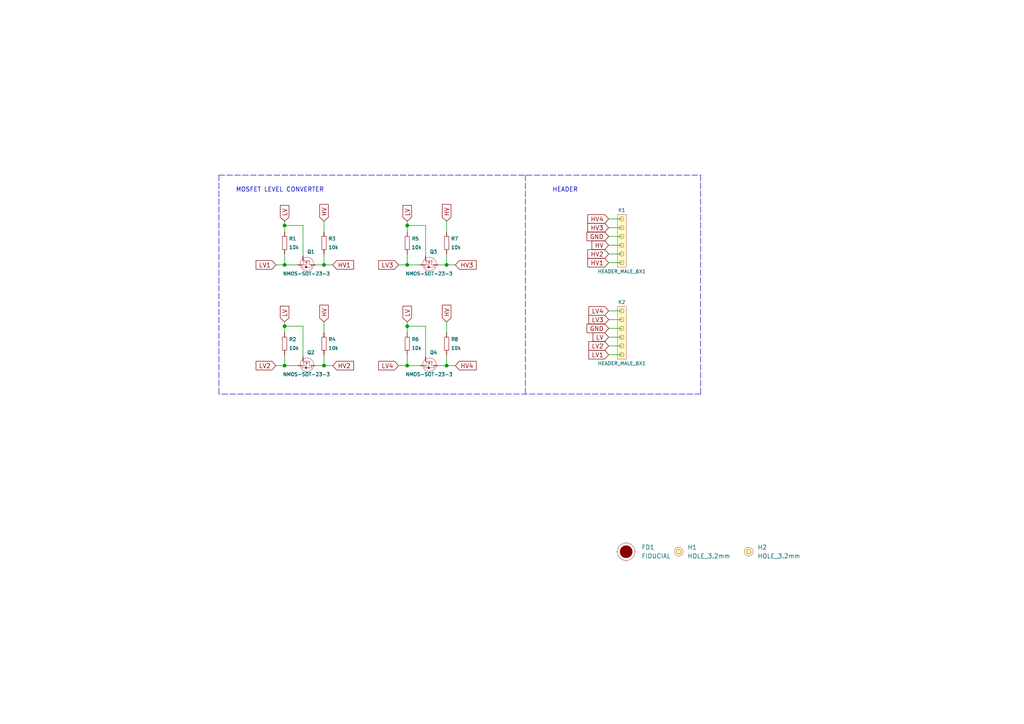
<source format=kicad_sch>
(kicad_sch (version 20210621) (generator eeschema)

  (uuid ddce36a6-92f0-4e63-b207-f65c96f9ec98)

  (paper "A4")

  (title_block
    (title "Logic level converter")
    (date "2021-07-14")
    (rev "V1.0.0.")
    (company "SOLDERED")
    (comment 1 "333029")
  )

  (lib_symbols
    (symbol "e-radionica.com schematics:0603R" (pin_numbers hide) (pin_names (offset 0.254)) (in_bom yes) (on_board yes)
      (property "Reference" "R" (id 0) (at -1.905 1.905 0)
        (effects (font (size 1 1)))
      )
      (property "Value" "0603R" (id 1) (at 0 -1.905 0)
        (effects (font (size 1 1)))
      )
      (property "Footprint" "e-radionica.com footprinti:0603R" (id 2) (at -0.635 1.905 0)
        (effects (font (size 1 1)) hide)
      )
      (property "Datasheet" "" (id 3) (at -0.635 1.905 0)
        (effects (font (size 1 1)) hide)
      )
      (symbol "0603R_0_1"
        (rectangle (start -1.905 -0.635) (end 1.905 -0.6604)
          (stroke (width 0.1)) (fill (type none))
        )
        (rectangle (start -1.905 0.635) (end -1.8796 -0.635)
          (stroke (width 0.1)) (fill (type none))
        )
        (rectangle (start -1.905 0.635) (end 1.905 0.6096)
          (stroke (width 0.1)) (fill (type none))
        )
        (rectangle (start 1.905 0.635) (end 1.9304 -0.635)
          (stroke (width 0.1)) (fill (type none))
        )
      )
      (symbol "0603R_1_1"
        (pin passive line (at -3.175 0 0) (length 1.27)
          (name "~" (effects (font (size 1.27 1.27))))
          (number "1" (effects (font (size 1.27 1.27))))
        )
        (pin passive line (at 3.175 0 180) (length 1.27)
          (name "~" (effects (font (size 1.27 1.27))))
          (number "2" (effects (font (size 1.27 1.27))))
        )
      )
    )
    (symbol "e-radionica.com schematics:FIDUCIAL" (in_bom no) (on_board yes)
      (property "Reference" "FD" (id 0) (at 0 3.81 0)
        (effects (font (size 1.27 1.27)))
      )
      (property "Value" "FIDUCIAL" (id 1) (at 0 -3.81 0)
        (effects (font (size 1.27 1.27)))
      )
      (property "Footprint" "e-radionica.com footprinti:FIDUCIAL_23" (id 2) (at 0.254 -5.334 0)
        (effects (font (size 1.27 1.27)) hide)
      )
      (property "Datasheet" "" (id 3) (at 0 0 0)
        (effects (font (size 1.27 1.27)) hide)
      )
      (symbol "FIDUCIAL_0_1"
        (circle (center 0 0) (radius 2.54) (stroke (width 0.0006)) (fill (type none)))
        (circle (center 0 0) (radius 1.7961) (stroke (width 0.001)) (fill (type outline)))
        (polyline
          (pts
            (xy -2.54 0)
            (xy -2.794 0)
          )
          (stroke (width 0.0006)) (fill (type none))
        )
        (polyline
          (pts
            (xy 0 -2.54)
            (xy 0 -2.794)
          )
          (stroke (width 0.0006)) (fill (type none))
        )
        (polyline
          (pts
            (xy 0 2.54)
            (xy 0 2.794)
          )
          (stroke (width 0.0006)) (fill (type none))
        )
        (polyline
          (pts
            (xy 2.54 0)
            (xy 2.794 0)
          )
          (stroke (width 0.0006)) (fill (type none))
        )
      )
    )
    (symbol "e-radionica.com schematics:HEADER_MALE_6X1" (pin_numbers hide) (pin_names hide) (in_bom yes) (on_board yes)
      (property "Reference" "K" (id 0) (at -0.635 10.16 0)
        (effects (font (size 1 1)))
      )
      (property "Value" "HEADER_MALE_6X1" (id 1) (at 1.27 -7.62 0)
        (effects (font (size 1 1)))
      )
      (property "Footprint" "e-radionica.com footprinti:HEADER_MALE_6X1" (id 2) (at 0 0 0)
        (effects (font (size 1 1)) hide)
      )
      (property "Datasheet" "" (id 3) (at 0 0 0)
        (effects (font (size 1 1)) hide)
      )
      (symbol "HEADER_MALE_6X1_0_1"
        (circle (center 0 -5.08) (radius 0.635) (stroke (width 0.0006)) (fill (type none)))
        (circle (center 0 -2.54) (radius 0.635) (stroke (width 0.0006)) (fill (type none)))
        (circle (center 0 0) (radius 0.635) (stroke (width 0.0006)) (fill (type none)))
        (circle (center 0 2.54) (radius 0.635) (stroke (width 0.0006)) (fill (type none)))
        (circle (center 0 5.08) (radius 0.635) (stroke (width 0.0006)) (fill (type none)))
        (circle (center 0 7.62) (radius 0.635) (stroke (width 0.0006)) (fill (type none)))
        (rectangle (start 1.27 -6.35) (end -1.27 8.89)
          (stroke (width 0.001)) (fill (type background))
        )
      )
      (symbol "HEADER_MALE_6X1_1_1"
        (pin passive line (at 0 -5.08 180) (length 0)
          (name "~" (effects (font (size 0.991 0.991))))
          (number "1" (effects (font (size 0.991 0.991))))
        )
        (pin passive line (at 0 -2.54 180) (length 0)
          (name "~" (effects (font (size 0.991 0.991))))
          (number "2" (effects (font (size 0.991 0.991))))
        )
        (pin passive line (at 0 0 180) (length 0)
          (name "~" (effects (font (size 0.991 0.991))))
          (number "3" (effects (font (size 0.991 0.991))))
        )
        (pin passive line (at 0 2.54 180) (length 0)
          (name "~" (effects (font (size 0.991 0.991))))
          (number "4" (effects (font (size 0.991 0.991))))
        )
        (pin passive line (at 0 5.08 180) (length 0)
          (name "~" (effects (font (size 0.991 0.991))))
          (number "5" (effects (font (size 0.991 0.991))))
        )
        (pin passive line (at 0 7.62 180) (length 0)
          (name "~" (effects (font (size 0.991 0.991))))
          (number "6" (effects (font (size 0.991 0.991))))
        )
      )
    )
    (symbol "e-radionica.com schematics:HOLE_3.2mm" (pin_numbers hide) (pin_names hide) (in_bom yes) (on_board yes)
      (property "Reference" "H" (id 0) (at 0 2.54 0)
        (effects (font (size 1.27 1.27)))
      )
      (property "Value" "HOLE_3.2mm" (id 1) (at 0 -2.54 0)
        (effects (font (size 1.27 1.27)))
      )
      (property "Footprint" "e-radionica.com footprinti:HOLE_3.2mm" (id 2) (at 0 0 0)
        (effects (font (size 1.27 1.27)) hide)
      )
      (property "Datasheet" "" (id 3) (at 0 0 0)
        (effects (font (size 1.27 1.27)) hide)
      )
      (symbol "HOLE_3.2mm_0_1"
        (circle (center 0 0) (radius 0.635) (stroke (width 0.0006)) (fill (type none)))
        (circle (center 0 0) (radius 1.27) (stroke (width 0.001)) (fill (type background)))
      )
    )
    (symbol "e-radionica.com schematics:NMOS-SOT-23-3" (pin_numbers hide) (pin_names hide) (in_bom yes) (on_board yes)
      (property "Reference" "Q" (id 0) (at -1.143 2.921 0)
        (effects (font (size 1 1)))
      )
      (property "Value" "NMOS-SOT-23-3" (id 1) (at 1.524 -3.937 0)
        (effects (font (size 1 1)))
      )
      (property "Footprint" "e-radionica.com footprinti:SOT-23-3" (id 2) (at 0 0 0)
        (effects (font (size 1 1)) hide)
      )
      (property "Datasheet" "" (id 3) (at 0 0 0)
        (effects (font (size 1 1)) hide)
      )
      (symbol "NMOS-SOT-23-3_0_1"
        (circle (center 1.016 0.127) (radius 1.9716) (stroke (width 0.0006)) (fill (type none)))
        (polyline
          (pts
            (xy 0 -1.016)
            (xy 0 1.016)
          )
          (stroke (width 0.0006)) (fill (type none))
        )
        (polyline
          (pts
            (xy 0.254 -1.016)
            (xy 0.254 -0.508)
          )
          (stroke (width 0.0006)) (fill (type none))
        )
        (polyline
          (pts
            (xy 0.254 -0.762)
            (xy 1.27 -0.762)
          )
          (stroke (width 0.0006)) (fill (type none))
        )
        (polyline
          (pts
            (xy 0.254 -0.254)
            (xy 0.254 0.254)
          )
          (stroke (width 0.0006)) (fill (type none))
        )
        (polyline
          (pts
            (xy 0.254 0.762)
            (xy 1.27 0.762)
          )
          (stroke (width 0.0006)) (fill (type none))
        )
        (polyline
          (pts
            (xy 0.254 1.016)
            (xy 0.254 0.508)
          )
          (stroke (width 0.0006)) (fill (type none))
        )
        (polyline
          (pts
            (xy 1.27 -1.27)
            (xy 1.27 -0.762)
          )
          (stroke (width 0.0006)) (fill (type none))
        )
        (polyline
          (pts
            (xy 1.27 0.762)
            (xy 1.27 1.27)
          )
          (stroke (width 0.0006)) (fill (type none))
        )
        (polyline
          (pts
            (xy 1.651 -0.254)
            (xy 1.905 0.127)
          )
          (stroke (width 0.2)) (fill (type none))
        )
        (polyline
          (pts
            (xy 1.651 0.127)
            (xy 2.159 0.127)
          )
          (stroke (width 0.0006)) (fill (type none))
        )
        (polyline
          (pts
            (xy 0.254 0)
            (xy 1.27 0)
            (xy 1.27 -0.762)
          )
          (stroke (width 0.0006)) (fill (type none))
        )
        (polyline
          (pts
            (xy 1.651 -0.254)
            (xy 2.159 -0.254)
            (xy 1.905 0.127)
          )
          (stroke (width 0.2)) (fill (type none))
        )
        (polyline
          (pts
            (xy 0.381 0)
            (xy 0.635 0.254)
            (xy 0.635 -0.254)
            (xy 0.381 0)
          )
          (stroke (width 0.0006)) (fill (type none))
        )
        (polyline
          (pts
            (xy 1.27 -1.27)
            (xy 1.905 -1.27)
            (xy 1.905 1.524)
            (xy 1.27 1.524)
          )
          (stroke (width 0.0006)) (fill (type none))
        )
      )
      (symbol "NMOS-SOT-23-3_1_1"
        (pin passive line (at -1.27 -1.016 0) (length 1.27)
          (name "G" (effects (font (size 1 1))))
          (number "1" (effects (font (size 1 1))))
        )
        (pin passive line (at 1.27 -2.54 90) (length 1.27)
          (name "S" (effects (font (size 1 1))))
          (number "2" (effects (font (size 1 1))))
        )
        (pin passive line (at 1.27 2.54 270) (length 1.27)
          (name "D" (effects (font (size 1 1))))
          (number "3" (effects (font (size 1 1))))
        )
      )
    )
  )

  (junction (at 82.55 65.405) (diameter 0.9144) (color 0 0 0 0))
  (junction (at 82.55 76.835) (diameter 0.9144) (color 0 0 0 0))
  (junction (at 82.55 94.615) (diameter 0.9144) (color 0 0 0 0))
  (junction (at 82.55 106.045) (diameter 0.9144) (color 0 0 0 0))
  (junction (at 93.98 76.835) (diameter 0.9144) (color 0 0 0 0))
  (junction (at 93.98 106.045) (diameter 0.9144) (color 0 0 0 0))
  (junction (at 118.11 65.405) (diameter 0.9144) (color 0 0 0 0))
  (junction (at 118.11 76.835) (diameter 0.9144) (color 0 0 0 0))
  (junction (at 118.11 94.615) (diameter 0.9144) (color 0 0 0 0))
  (junction (at 118.11 106.045) (diameter 0.9144) (color 0 0 0 0))
  (junction (at 129.54 76.835) (diameter 0.9144) (color 0 0 0 0))
  (junction (at 129.54 106.045) (diameter 0.9144) (color 0 0 0 0))

  (wire (pts (xy 80.01 76.835) (xy 82.55 76.835))
    (stroke (width 0) (type solid) (color 0 0 0 0))
    (uuid 5563681e-440a-4305-9969-195bee25f01b)
  )
  (wire (pts (xy 80.01 106.045) (xy 82.55 106.045))
    (stroke (width 0) (type solid) (color 0 0 0 0))
    (uuid 838cf5f1-fdba-4cde-b9fc-0c650dedb9e7)
  )
  (wire (pts (xy 82.55 64.135) (xy 82.55 65.405))
    (stroke (width 0) (type solid) (color 0 0 0 0))
    (uuid 528a4086-0a42-439c-82e5-847f058be5d2)
  )
  (wire (pts (xy 82.55 65.405) (xy 82.55 67.31))
    (stroke (width 0) (type solid) (color 0 0 0 0))
    (uuid 528a4086-0a42-439c-82e5-847f058be5d2)
  )
  (wire (pts (xy 82.55 73.66) (xy 82.55 76.835))
    (stroke (width 0) (type solid) (color 0 0 0 0))
    (uuid 5e3ab890-69e4-4735-baa4-b8bc7534384b)
  )
  (wire (pts (xy 82.55 76.835) (xy 86.36 76.835))
    (stroke (width 0) (type solid) (color 0 0 0 0))
    (uuid cd4a9abc-2535-428b-9fda-43f4e11d50ba)
  )
  (wire (pts (xy 82.55 93.345) (xy 82.55 94.615))
    (stroke (width 0) (type solid) (color 0 0 0 0))
    (uuid f28d2279-dab5-45a9-81a0-c84d124bc120)
  )
  (wire (pts (xy 82.55 94.615) (xy 82.55 96.52))
    (stroke (width 0) (type solid) (color 0 0 0 0))
    (uuid 5538d6d1-15ec-41b2-88e9-5e35ad0acefc)
  )
  (wire (pts (xy 82.55 102.87) (xy 82.55 106.045))
    (stroke (width 0) (type solid) (color 0 0 0 0))
    (uuid 511849b8-e2ce-4370-89f1-14786b68d154)
  )
  (wire (pts (xy 82.55 106.045) (xy 86.36 106.045))
    (stroke (width 0) (type solid) (color 0 0 0 0))
    (uuid 330072a6-3127-4dbf-b04a-cda90166ecae)
  )
  (wire (pts (xy 87.884 65.405) (xy 82.55 65.405))
    (stroke (width 0) (type solid) (color 0 0 0 0))
    (uuid c6bbea4b-8699-4261-a6e5-d623270554f7)
  )
  (wire (pts (xy 87.884 74.295) (xy 87.884 65.405))
    (stroke (width 0) (type solid) (color 0 0 0 0))
    (uuid c6bbea4b-8699-4261-a6e5-d623270554f7)
  )
  (wire (pts (xy 87.884 94.615) (xy 82.55 94.615))
    (stroke (width 0) (type solid) (color 0 0 0 0))
    (uuid 85511cb1-3860-48fe-8d52-fbe59173f855)
  )
  (wire (pts (xy 87.884 103.505) (xy 87.884 94.615))
    (stroke (width 0) (type solid) (color 0 0 0 0))
    (uuid 26a97d17-72d4-461d-9d1e-ee54e132f806)
  )
  (wire (pts (xy 91.44 76.835) (xy 93.98 76.835))
    (stroke (width 0) (type solid) (color 0 0 0 0))
    (uuid 9504ca57-843a-45d2-9f31-b3cb8b1d9c9d)
  )
  (wire (pts (xy 91.44 106.045) (xy 93.98 106.045))
    (stroke (width 0) (type solid) (color 0 0 0 0))
    (uuid 9fa405bd-8a06-4c8d-a5c9-d765a4a624f1)
  )
  (wire (pts (xy 93.98 64.135) (xy 93.98 67.31))
    (stroke (width 0) (type solid) (color 0 0 0 0))
    (uuid 0c9ce25c-7200-4b0f-a639-390f368c9d02)
  )
  (wire (pts (xy 93.98 73.66) (xy 93.98 76.835))
    (stroke (width 0) (type solid) (color 0 0 0 0))
    (uuid 375299fc-cfad-475b-9b2a-dc4c4563272d)
  )
  (wire (pts (xy 93.98 76.835) (xy 96.52 76.835))
    (stroke (width 0) (type solid) (color 0 0 0 0))
    (uuid cb5095b2-9537-4fa5-8d53-615ec37d0d20)
  )
  (wire (pts (xy 93.98 93.345) (xy 93.98 96.52))
    (stroke (width 0) (type solid) (color 0 0 0 0))
    (uuid 79abf1cd-41dd-40de-80be-04b08843a04e)
  )
  (wire (pts (xy 93.98 102.87) (xy 93.98 106.045))
    (stroke (width 0) (type solid) (color 0 0 0 0))
    (uuid d7a73139-0e56-4274-bc1e-3315f8765b2e)
  )
  (wire (pts (xy 93.98 106.045) (xy 96.52 106.045))
    (stroke (width 0) (type solid) (color 0 0 0 0))
    (uuid 72f1c84a-9835-4890-b611-ca468ec4050c)
  )
  (wire (pts (xy 115.57 76.835) (xy 118.11 76.835))
    (stroke (width 0) (type solid) (color 0 0 0 0))
    (uuid d4bafbdc-69ed-41b9-99ac-43d179991224)
  )
  (wire (pts (xy 115.57 106.045) (xy 118.11 106.045))
    (stroke (width 0) (type solid) (color 0 0 0 0))
    (uuid 275b0673-94c6-4e24-983c-aeed2b517ac4)
  )
  (wire (pts (xy 118.11 64.135) (xy 118.11 65.405))
    (stroke (width 0) (type solid) (color 0 0 0 0))
    (uuid e5f8dea0-5b3b-4b83-b570-df71379b7d99)
  )
  (wire (pts (xy 118.11 65.405) (xy 118.11 67.31))
    (stroke (width 0) (type solid) (color 0 0 0 0))
    (uuid 7b911d1a-d89f-492e-ad5b-26299740583d)
  )
  (wire (pts (xy 118.11 73.66) (xy 118.11 76.835))
    (stroke (width 0) (type solid) (color 0 0 0 0))
    (uuid f6187dbb-2a75-4f49-a332-172c755f8572)
  )
  (wire (pts (xy 118.11 76.835) (xy 121.92 76.835))
    (stroke (width 0) (type solid) (color 0 0 0 0))
    (uuid d4e85256-e2c6-43b9-930f-5dd1733fc48a)
  )
  (wire (pts (xy 118.11 93.345) (xy 118.11 94.615))
    (stroke (width 0) (type solid) (color 0 0 0 0))
    (uuid 540c9785-a5d2-44b3-91a9-760e33c13988)
  )
  (wire (pts (xy 118.11 94.615) (xy 118.11 96.52))
    (stroke (width 0) (type solid) (color 0 0 0 0))
    (uuid e7d8bed6-b29a-4785-93dd-c5617e1a1a19)
  )
  (wire (pts (xy 118.11 102.87) (xy 118.11 106.045))
    (stroke (width 0) (type solid) (color 0 0 0 0))
    (uuid 6e0fcb23-dfa2-4f80-aafc-360b9593cf0c)
  )
  (wire (pts (xy 118.11 106.045) (xy 121.92 106.045))
    (stroke (width 0) (type solid) (color 0 0 0 0))
    (uuid c97758c9-7ff5-4d6d-a85b-d13f16d13a9a)
  )
  (wire (pts (xy 123.444 65.405) (xy 118.11 65.405))
    (stroke (width 0) (type solid) (color 0 0 0 0))
    (uuid 314f10be-047e-4ece-adb5-875434448da2)
  )
  (wire (pts (xy 123.444 74.295) (xy 123.444 65.405))
    (stroke (width 0) (type solid) (color 0 0 0 0))
    (uuid 1697fd0c-6c5b-4f26-82a1-8c04f855db43)
  )
  (wire (pts (xy 123.444 94.615) (xy 118.11 94.615))
    (stroke (width 0) (type solid) (color 0 0 0 0))
    (uuid b70cd2a2-d534-435f-8145-fb327d105435)
  )
  (wire (pts (xy 123.444 103.505) (xy 123.444 94.615))
    (stroke (width 0) (type solid) (color 0 0 0 0))
    (uuid c264adad-ab4f-412a-a39d-a341d41392bd)
  )
  (wire (pts (xy 127 76.835) (xy 129.54 76.835))
    (stroke (width 0) (type solid) (color 0 0 0 0))
    (uuid d141efab-02bd-4011-a371-c28973cd9409)
  )
  (wire (pts (xy 127 106.045) (xy 129.54 106.045))
    (stroke (width 0) (type solid) (color 0 0 0 0))
    (uuid ee82cba8-6ca1-4746-95d1-24adf7f437f0)
  )
  (wire (pts (xy 129.54 64.135) (xy 129.54 67.31))
    (stroke (width 0) (type solid) (color 0 0 0 0))
    (uuid 317d9a1f-e43f-4ea0-a7b3-ae112f94a3b7)
  )
  (wire (pts (xy 129.54 73.66) (xy 129.54 76.835))
    (stroke (width 0) (type solid) (color 0 0 0 0))
    (uuid 983a8c45-0d96-4272-a841-0fd7d794089f)
  )
  (wire (pts (xy 129.54 76.835) (xy 132.08 76.835))
    (stroke (width 0) (type solid) (color 0 0 0 0))
    (uuid d3bf52a1-e80a-4a62-9671-01167355f079)
  )
  (wire (pts (xy 129.54 93.345) (xy 129.54 96.52))
    (stroke (width 0) (type solid) (color 0 0 0 0))
    (uuid fcaeb685-d11c-4a8f-90ca-0266f80f79a4)
  )
  (wire (pts (xy 129.54 102.87) (xy 129.54 106.045))
    (stroke (width 0) (type solid) (color 0 0 0 0))
    (uuid dc10e084-af79-4ac6-aff5-f2feef09fc7f)
  )
  (wire (pts (xy 129.54 106.045) (xy 132.08 106.045))
    (stroke (width 0) (type solid) (color 0 0 0 0))
    (uuid 44765f06-c63e-44ed-b965-1cad1eaa0048)
  )
  (wire (pts (xy 176.53 63.5) (xy 180.34 63.5))
    (stroke (width 0) (type solid) (color 0 0 0 0))
    (uuid 17d4ece4-926b-400d-8799-354606ca2d84)
  )
  (wire (pts (xy 176.53 66.04) (xy 180.34 66.04))
    (stroke (width 0) (type solid) (color 0 0 0 0))
    (uuid 7d69b2d7-b0e5-41de-a872-97d121c02a99)
  )
  (wire (pts (xy 176.53 68.58) (xy 180.34 68.58))
    (stroke (width 0) (type solid) (color 0 0 0 0))
    (uuid 6915a2c0-1d8a-41b7-9ee7-4d1a5c3ab55a)
  )
  (wire (pts (xy 176.53 71.12) (xy 180.34 71.12))
    (stroke (width 0) (type solid) (color 0 0 0 0))
    (uuid c2276825-1723-417f-9a83-303b76419cd5)
  )
  (wire (pts (xy 176.53 73.66) (xy 180.34 73.66))
    (stroke (width 0) (type solid) (color 0 0 0 0))
    (uuid 964cf541-a837-4cb8-a2f4-6d947eee4023)
  )
  (wire (pts (xy 176.53 76.2) (xy 180.34 76.2))
    (stroke (width 0) (type solid) (color 0 0 0 0))
    (uuid bbd14c3d-0e6c-407b-8d96-01f997a343e7)
  )
  (wire (pts (xy 176.53 90.17) (xy 180.34 90.17))
    (stroke (width 0) (type solid) (color 0 0 0 0))
    (uuid 8341fa3c-c33f-45a7-af4f-4cdabf25ee52)
  )
  (wire (pts (xy 176.53 92.71) (xy 180.34 92.71))
    (stroke (width 0) (type solid) (color 0 0 0 0))
    (uuid fada7917-99ea-440a-9813-6f6c55b0fbfc)
  )
  (wire (pts (xy 176.53 95.25) (xy 180.34 95.25))
    (stroke (width 0) (type solid) (color 0 0 0 0))
    (uuid 13301a5b-f5b3-4195-8f27-6a52b95f8821)
  )
  (wire (pts (xy 176.53 97.79) (xy 180.34 97.79))
    (stroke (width 0) (type solid) (color 0 0 0 0))
    (uuid a2054cd5-aa4f-497d-861d-e33329099e82)
  )
  (wire (pts (xy 176.53 100.33) (xy 180.34 100.33))
    (stroke (width 0) (type solid) (color 0 0 0 0))
    (uuid 694d6554-14eb-4817-8015-73b01bc38815)
  )
  (wire (pts (xy 176.53 102.87) (xy 180.34 102.87))
    (stroke (width 0) (type solid) (color 0 0 0 0))
    (uuid bc5b6ad7-615e-4353-9fa6-90c8f42a0059)
  )
  (polyline (pts (xy 63.5 50.8) (xy 63.5 114.3))
    (stroke (width 0) (type dash) (color 0 0 0 0))
    (uuid cdabbe7f-1af0-49d5-89b5-1f3d417779c0)
  )
  (polyline (pts (xy 63.5 50.8) (xy 203.2 50.8))
    (stroke (width 0) (type dash) (color 0 0 0 0))
    (uuid cdabbe7f-1af0-49d5-89b5-1f3d417779c0)
  )
  (polyline (pts (xy 152.4 50.8) (xy 152.4 114.3))
    (stroke (width 0) (type dash) (color 0 0 0 0))
    (uuid 36b55ab9-54ab-41e6-b430-9f7ffc3f2def)
  )
  (polyline (pts (xy 203.2 50.8) (xy 203.2 114.3))
    (stroke (width 0) (type dash) (color 0 0 0 0))
    (uuid cdabbe7f-1af0-49d5-89b5-1f3d417779c0)
  )
  (polyline (pts (xy 203.2 114.3) (xy 63.5 114.3))
    (stroke (width 0) (type dash) (color 0 0 0 0))
    (uuid cdabbe7f-1af0-49d5-89b5-1f3d417779c0)
  )

  (text "MOSFET LEVEL CONVERTER" (at 93.98 55.88 180)
    (effects (font (size 1.27 1.27)) (justify right bottom))
    (uuid e1f5a213-0a72-41a8-9182-27c5c87f501f)
  )
  (text "HEADER" (at 167.64 55.88 180)
    (effects (font (size 1.27 1.27)) (justify right bottom))
    (uuid e47365a0-8d29-4837-b1fc-23024e559e33)
  )

  (global_label "LV1" (shape input) (at 80.01 76.835 180)
    (effects (font (size 1.27 1.27)) (justify right))
    (uuid 87fa0dee-3cda-4b1a-b07c-6caad65a46ba)
    (property "Intersheet References" "${INTERSHEET_REFS}" (id 0) (at 72.7467 76.7556 0)
      (effects (font (size 1.27 1.27)) (justify right) hide)
    )
  )
  (global_label "LV2" (shape input) (at 80.01 106.045 180)
    (effects (font (size 1.27 1.27)) (justify right))
    (uuid b2f4b478-f77c-46d5-a20f-b12864f1ace9)
    (property "Intersheet References" "${INTERSHEET_REFS}" (id 0) (at 72.7467 105.9656 0)
      (effects (font (size 1.27 1.27)) (justify right) hide)
    )
  )
  (global_label "LV" (shape input) (at 82.55 64.135 90)
    (effects (font (size 1.27 1.27)) (justify left))
    (uuid 53d3cff3-41b8-45b6-b6b5-ff2e46ebd2f5)
    (property "Intersheet References" "${INTERSHEET_REFS}" (id 0) (at 82.4706 58.0812 90)
      (effects (font (size 1.27 1.27)) (justify left) hide)
    )
  )
  (global_label "LV" (shape input) (at 82.55 93.345 90)
    (effects (font (size 1.27 1.27)) (justify left))
    (uuid 138e5c03-534e-402d-9f93-01251d66be3d)
    (property "Intersheet References" "${INTERSHEET_REFS}" (id 0) (at 82.4706 87.2912 90)
      (effects (font (size 1.27 1.27)) (justify left) hide)
    )
  )
  (global_label "HV" (shape input) (at 93.98 64.135 90)
    (effects (font (size 1.27 1.27)) (justify left))
    (uuid 77adeaf9-bee9-47b8-817d-0ca4b4a89146)
    (property "Intersheet References" "${INTERSHEET_REFS}" (id 0) (at 93.9006 57.7789 90)
      (effects (font (size 1.27 1.27)) (justify left) hide)
    )
  )
  (global_label "HV" (shape input) (at 93.98 93.345 90)
    (effects (font (size 1.27 1.27)) (justify left))
    (uuid ee83a594-6fe1-425f-8b25-d07f02a39d88)
    (property "Intersheet References" "${INTERSHEET_REFS}" (id 0) (at 93.9006 86.9889 90)
      (effects (font (size 1.27 1.27)) (justify left) hide)
    )
  )
  (global_label "HV1" (shape input) (at 96.52 76.835 0)
    (effects (font (size 1.27 1.27)) (justify left))
    (uuid 0e2ca793-578b-4e3b-babe-014198ad9c39)
    (property "Intersheet References" "${INTERSHEET_REFS}" (id 0) (at 104.0857 76.7556 0)
      (effects (font (size 1.27 1.27)) (justify left) hide)
    )
  )
  (global_label "HV2" (shape input) (at 96.52 106.045 0)
    (effects (font (size 1.27 1.27)) (justify left))
    (uuid c9b1169b-994f-4d58-b05d-697932eb4be4)
    (property "Intersheet References" "${INTERSHEET_REFS}" (id 0) (at 104.0857 105.9656 0)
      (effects (font (size 1.27 1.27)) (justify left) hide)
    )
  )
  (global_label "LV3" (shape input) (at 115.57 76.835 180)
    (effects (font (size 1.27 1.27)) (justify right))
    (uuid 4e406b89-a872-4e9b-9149-2c72b6a175ff)
    (property "Intersheet References" "${INTERSHEET_REFS}" (id 0) (at 108.3067 76.7556 0)
      (effects (font (size 1.27 1.27)) (justify right) hide)
    )
  )
  (global_label "LV4" (shape input) (at 115.57 106.045 180)
    (effects (font (size 1.27 1.27)) (justify right))
    (uuid 738d1d4b-5873-4e77-96b9-b0beba7d69a0)
    (property "Intersheet References" "${INTERSHEET_REFS}" (id 0) (at 108.3067 105.9656 0)
      (effects (font (size 1.27 1.27)) (justify right) hide)
    )
  )
  (global_label "LV" (shape input) (at 118.11 64.135 90)
    (effects (font (size 1.27 1.27)) (justify left))
    (uuid 9bd66796-adbb-4d88-979e-8f57aa311701)
    (property "Intersheet References" "${INTERSHEET_REFS}" (id 0) (at 118.0306 58.0812 90)
      (effects (font (size 1.27 1.27)) (justify left) hide)
    )
  )
  (global_label "LV" (shape input) (at 118.11 93.345 90)
    (effects (font (size 1.27 1.27)) (justify left))
    (uuid 16272607-cda7-40e7-bc54-d5872659c933)
    (property "Intersheet References" "${INTERSHEET_REFS}" (id 0) (at 118.0306 87.2912 90)
      (effects (font (size 1.27 1.27)) (justify left) hide)
    )
  )
  (global_label "HV" (shape input) (at 129.54 64.135 90)
    (effects (font (size 1.27 1.27)) (justify left))
    (uuid 66c01319-1e29-4b6d-a5ba-a7040a896a38)
    (property "Intersheet References" "${INTERSHEET_REFS}" (id 0) (at 129.4606 57.7789 90)
      (effects (font (size 1.27 1.27)) (justify left) hide)
    )
  )
  (global_label "HV" (shape input) (at 129.54 93.345 90)
    (effects (font (size 1.27 1.27)) (justify left))
    (uuid 77c9a806-7ebb-4fcb-8da7-5e2595192245)
    (property "Intersheet References" "${INTERSHEET_REFS}" (id 0) (at 129.4606 86.9889 90)
      (effects (font (size 1.27 1.27)) (justify left) hide)
    )
  )
  (global_label "HV3" (shape input) (at 132.08 76.835 0)
    (effects (font (size 1.27 1.27)) (justify left))
    (uuid 298296ee-8530-4466-a98b-2974dd19195a)
    (property "Intersheet References" "${INTERSHEET_REFS}" (id 0) (at 139.6457 76.7556 0)
      (effects (font (size 1.27 1.27)) (justify left) hide)
    )
  )
  (global_label "HV4" (shape input) (at 132.08 106.045 0)
    (effects (font (size 1.27 1.27)) (justify left))
    (uuid 122174e4-a9ad-4b4e-83af-1792104c9d47)
    (property "Intersheet References" "${INTERSHEET_REFS}" (id 0) (at 139.6457 105.9656 0)
      (effects (font (size 1.27 1.27)) (justify left) hide)
    )
  )
  (global_label "HV4" (shape input) (at 176.53 63.5 180)
    (effects (font (size 1.27 1.27)) (justify right))
    (uuid 41cb4c06-4aa9-4740-bb83-38df497b2d76)
    (property "Intersheet References" "${INTERSHEET_REFS}" (id 0) (at 168.9643 63.4206 0)
      (effects (font (size 1.27 1.27)) (justify right) hide)
    )
  )
  (global_label "HV3" (shape input) (at 176.53 66.04 180)
    (effects (font (size 1.27 1.27)) (justify right))
    (uuid 6376a86c-9628-426b-9f68-cdf4c76a741d)
    (property "Intersheet References" "${INTERSHEET_REFS}" (id 0) (at 168.9643 65.9606 0)
      (effects (font (size 1.27 1.27)) (justify right) hide)
    )
  )
  (global_label "GND" (shape input) (at 176.53 68.58 180)
    (effects (font (size 1.27 1.27)) (justify right))
    (uuid 9e5094a4-3964-43ae-91ea-06cf7ae39cc6)
    (property "Intersheet References" "${INTERSHEET_REFS}" (id 0) (at 168.7224 68.5006 0)
      (effects (font (size 1.27 1.27)) (justify right) hide)
    )
  )
  (global_label "HV" (shape input) (at 176.53 71.12 180)
    (effects (font (size 1.27 1.27)) (justify right))
    (uuid 2ee422ac-0924-4fa4-8953-ed166cc1afea)
    (property "Intersheet References" "${INTERSHEET_REFS}" (id 0) (at 170.1739 71.0406 0)
      (effects (font (size 1.27 1.27)) (justify right) hide)
    )
  )
  (global_label "HV2" (shape input) (at 176.53 73.66 180)
    (effects (font (size 1.27 1.27)) (justify right))
    (uuid 033c7098-eed2-4140-961a-77fcffb509e0)
    (property "Intersheet References" "${INTERSHEET_REFS}" (id 0) (at 168.9643 73.5806 0)
      (effects (font (size 1.27 1.27)) (justify right) hide)
    )
  )
  (global_label "HV1" (shape input) (at 176.53 76.2 180)
    (effects (font (size 1.27 1.27)) (justify right))
    (uuid af7b8064-9614-4f0c-a712-74b1beebb55e)
    (property "Intersheet References" "${INTERSHEET_REFS}" (id 0) (at 168.9643 76.1206 0)
      (effects (font (size 1.27 1.27)) (justify right) hide)
    )
  )
  (global_label "LV4" (shape input) (at 176.53 90.17 180)
    (effects (font (size 1.27 1.27)) (justify right))
    (uuid 1830f1e9-60dc-49fd-a337-0cf36a8cc7c8)
    (property "Intersheet References" "${INTERSHEET_REFS}" (id 0) (at 169.2667 90.0906 0)
      (effects (font (size 1.27 1.27)) (justify right) hide)
    )
  )
  (global_label "LV3" (shape input) (at 176.53 92.71 180)
    (effects (font (size 1.27 1.27)) (justify right))
    (uuid 637da7a3-95a5-4cfb-be3b-c7db2f3aad80)
    (property "Intersheet References" "${INTERSHEET_REFS}" (id 0) (at 169.2667 92.6306 0)
      (effects (font (size 1.27 1.27)) (justify right) hide)
    )
  )
  (global_label "GND" (shape input) (at 176.53 95.25 180)
    (effects (font (size 1.27 1.27)) (justify right))
    (uuid 97479491-8375-4f1e-b234-de13648a3bd6)
    (property "Intersheet References" "${INTERSHEET_REFS}" (id 0) (at 168.7224 95.1706 0)
      (effects (font (size 1.27 1.27)) (justify right) hide)
    )
  )
  (global_label "LV" (shape input) (at 176.53 97.79 180)
    (effects (font (size 1.27 1.27)) (justify right))
    (uuid c7f7abfc-f1d5-4ba2-8da0-caeb18223227)
    (property "Intersheet References" "${INTERSHEET_REFS}" (id 0) (at 170.4762 97.7106 0)
      (effects (font (size 1.27 1.27)) (justify right) hide)
    )
  )
  (global_label "LV2" (shape input) (at 176.53 100.33 180)
    (effects (font (size 1.27 1.27)) (justify right))
    (uuid 0f7a79dd-988a-47d6-95ad-eca2270ae14a)
    (property "Intersheet References" "${INTERSHEET_REFS}" (id 0) (at 169.2667 100.2506 0)
      (effects (font (size 1.27 1.27)) (justify right) hide)
    )
  )
  (global_label "LV1" (shape input) (at 176.53 102.87 180)
    (effects (font (size 1.27 1.27)) (justify right))
    (uuid 0d286746-5804-40fc-99d7-a10d8ed7b305)
    (property "Intersheet References" "${INTERSHEET_REFS}" (id 0) (at 169.2667 102.7906 0)
      (effects (font (size 1.27 1.27)) (justify right) hide)
    )
  )

  (symbol (lib_id "e-radionica.com schematics:HOLE_3.2mm") (at 196.85 160.02 0) (unit 1)
    (in_bom yes) (on_board yes)
    (uuid 937a4c0c-d653-4981-926d-3ecd07e5a32d)
    (property "Reference" "H1" (id 0) (at 199.39 158.75 0)
      (effects (font (size 1.27 1.27)) (justify left))
    )
    (property "Value" "HOLE_3.2mm" (id 1) (at 199.39 161.29 0)
      (effects (font (size 1.27 1.27)) (justify left))
    )
    (property "Footprint" "e-radionica.com footprinti:HOLE_3.2mm" (id 2) (at 196.85 160.02 0)
      (effects (font (size 1.27 1.27)) hide)
    )
    (property "Datasheet" "" (id 3) (at 196.85 160.02 0)
      (effects (font (size 1.27 1.27)) hide)
    )
  )

  (symbol (lib_id "e-radionica.com schematics:HOLE_3.2mm") (at 217.17 160.02 0) (unit 1)
    (in_bom yes) (on_board yes)
    (uuid 494856bc-f3c7-42b0-af79-ba062d20f80f)
    (property "Reference" "H2" (id 0) (at 219.71 158.75 0)
      (effects (font (size 1.27 1.27)) (justify left))
    )
    (property "Value" "HOLE_3.2mm" (id 1) (at 219.71 161.29 0)
      (effects (font (size 1.27 1.27)) (justify left))
    )
    (property "Footprint" "e-radionica.com footprinti:HOLE_3.2mm" (id 2) (at 217.17 160.02 0)
      (effects (font (size 1.27 1.27)) hide)
    )
    (property "Datasheet" "" (id 3) (at 217.17 160.02 0)
      (effects (font (size 1.27 1.27)) hide)
    )
  )

  (symbol (lib_id "e-radionica.com schematics:0603R") (at 82.55 70.485 90) (unit 1)
    (in_bom yes) (on_board yes)
    (uuid b7c0d443-0459-4b36-b01d-f417f855e31b)
    (property "Reference" "R1" (id 0) (at 83.82 69.215 90)
      (effects (font (size 1 1)) (justify right))
    )
    (property "Value" "10k" (id 1) (at 83.82 71.755 90)
      (effects (font (size 1 1)) (justify right))
    )
    (property "Footprint" "e-radionica.com footprinti:0603R" (id 2) (at 80.645 71.12 0)
      (effects (font (size 1 1)) hide)
    )
    (property "Datasheet" "" (id 3) (at 80.645 71.12 0)
      (effects (font (size 1 1)) hide)
    )
    (pin "1" (uuid 7c685788-9b62-4e20-89da-9a611b42b24c))
    (pin "2" (uuid 45bfd969-f6bd-4249-860c-066e550c8412))
  )

  (symbol (lib_id "e-radionica.com schematics:0603R") (at 82.55 99.695 90) (unit 1)
    (in_bom yes) (on_board yes)
    (uuid 011a3f7f-e5ad-4d04-9298-ebdbce973390)
    (property "Reference" "R2" (id 0) (at 83.82 98.425 90)
      (effects (font (size 1 1)) (justify right))
    )
    (property "Value" "10k" (id 1) (at 83.82 100.965 90)
      (effects (font (size 1 1)) (justify right))
    )
    (property "Footprint" "e-radionica.com footprinti:0603R" (id 2) (at 80.645 100.33 0)
      (effects (font (size 1 1)) hide)
    )
    (property "Datasheet" "" (id 3) (at 80.645 100.33 0)
      (effects (font (size 1 1)) hide)
    )
    (pin "1" (uuid 7c685788-9b62-4e20-89da-9a611b42b24c))
    (pin "2" (uuid 45bfd969-f6bd-4249-860c-066e550c8412))
  )

  (symbol (lib_id "e-radionica.com schematics:0603R") (at 93.98 70.485 90) (unit 1)
    (in_bom yes) (on_board yes)
    (uuid 5540e6db-76f9-4324-bfd6-f67f31195315)
    (property "Reference" "R3" (id 0) (at 95.25 69.215 90)
      (effects (font (size 1 1)) (justify right))
    )
    (property "Value" "10k" (id 1) (at 95.25 71.755 90)
      (effects (font (size 1 1)) (justify right))
    )
    (property "Footprint" "e-radionica.com footprinti:0603R" (id 2) (at 92.075 71.12 0)
      (effects (font (size 1 1)) hide)
    )
    (property "Datasheet" "" (id 3) (at 92.075 71.12 0)
      (effects (font (size 1 1)) hide)
    )
    (pin "1" (uuid 7c685788-9b62-4e20-89da-9a611b42b24c))
    (pin "2" (uuid 45bfd969-f6bd-4249-860c-066e550c8412))
  )

  (symbol (lib_id "e-radionica.com schematics:0603R") (at 93.98 99.695 90) (unit 1)
    (in_bom yes) (on_board yes)
    (uuid d64e08f9-f4d4-442f-b51b-6fcc01702c47)
    (property "Reference" "R4" (id 0) (at 95.25 98.425 90)
      (effects (font (size 1 1)) (justify right))
    )
    (property "Value" "10k" (id 1) (at 95.25 100.965 90)
      (effects (font (size 1 1)) (justify right))
    )
    (property "Footprint" "e-radionica.com footprinti:0603R" (id 2) (at 92.075 100.33 0)
      (effects (font (size 1 1)) hide)
    )
    (property "Datasheet" "" (id 3) (at 92.075 100.33 0)
      (effects (font (size 1 1)) hide)
    )
    (pin "1" (uuid 7c685788-9b62-4e20-89da-9a611b42b24c))
    (pin "2" (uuid 45bfd969-f6bd-4249-860c-066e550c8412))
  )

  (symbol (lib_id "e-radionica.com schematics:0603R") (at 118.11 70.485 90) (unit 1)
    (in_bom yes) (on_board yes)
    (uuid 57eb85a2-740e-446b-a47f-b4a4c9199a35)
    (property "Reference" "R5" (id 0) (at 119.38 69.215 90)
      (effects (font (size 1 1)) (justify right))
    )
    (property "Value" "10k" (id 1) (at 119.38 71.755 90)
      (effects (font (size 1 1)) (justify right))
    )
    (property "Footprint" "e-radionica.com footprinti:0603R" (id 2) (at 116.205 71.12 0)
      (effects (font (size 1 1)) hide)
    )
    (property "Datasheet" "" (id 3) (at 116.205 71.12 0)
      (effects (font (size 1 1)) hide)
    )
    (pin "1" (uuid 7c685788-9b62-4e20-89da-9a611b42b24c))
    (pin "2" (uuid 45bfd969-f6bd-4249-860c-066e550c8412))
  )

  (symbol (lib_id "e-radionica.com schematics:0603R") (at 118.11 99.695 90) (unit 1)
    (in_bom yes) (on_board yes)
    (uuid 9dd4c15e-6324-465c-b95e-b7c7d9fda6ff)
    (property "Reference" "R6" (id 0) (at 119.38 98.425 90)
      (effects (font (size 1 1)) (justify right))
    )
    (property "Value" "10k" (id 1) (at 119.38 100.965 90)
      (effects (font (size 1 1)) (justify right))
    )
    (property "Footprint" "e-radionica.com footprinti:0603R" (id 2) (at 116.205 100.33 0)
      (effects (font (size 1 1)) hide)
    )
    (property "Datasheet" "" (id 3) (at 116.205 100.33 0)
      (effects (font (size 1 1)) hide)
    )
    (pin "1" (uuid 7c685788-9b62-4e20-89da-9a611b42b24c))
    (pin "2" (uuid 45bfd969-f6bd-4249-860c-066e550c8412))
  )

  (symbol (lib_id "e-radionica.com schematics:0603R") (at 129.54 70.485 90) (unit 1)
    (in_bom yes) (on_board yes)
    (uuid 9a54c6ec-b399-4707-b4b0-524638fc07b5)
    (property "Reference" "R7" (id 0) (at 130.81 69.215 90)
      (effects (font (size 1 1)) (justify right))
    )
    (property "Value" "10k" (id 1) (at 130.81 71.755 90)
      (effects (font (size 1 1)) (justify right))
    )
    (property "Footprint" "e-radionica.com footprinti:0603R" (id 2) (at 127.635 71.12 0)
      (effects (font (size 1 1)) hide)
    )
    (property "Datasheet" "" (id 3) (at 127.635 71.12 0)
      (effects (font (size 1 1)) hide)
    )
    (pin "1" (uuid 7c685788-9b62-4e20-89da-9a611b42b24c))
    (pin "2" (uuid 45bfd969-f6bd-4249-860c-066e550c8412))
  )

  (symbol (lib_id "e-radionica.com schematics:0603R") (at 129.54 99.695 90) (unit 1)
    (in_bom yes) (on_board yes)
    (uuid 1649876c-257d-42e0-83bd-686e204dcf7b)
    (property "Reference" "R8" (id 0) (at 130.81 98.425 90)
      (effects (font (size 1 1)) (justify right))
    )
    (property "Value" "10k" (id 1) (at 130.81 100.965 90)
      (effects (font (size 1 1)) (justify right))
    )
    (property "Footprint" "e-radionica.com footprinti:0603R" (id 2) (at 127.635 100.33 0)
      (effects (font (size 1 1)) hide)
    )
    (property "Datasheet" "" (id 3) (at 127.635 100.33 0)
      (effects (font (size 1 1)) hide)
    )
    (pin "1" (uuid 7c685788-9b62-4e20-89da-9a611b42b24c))
    (pin "2" (uuid 45bfd969-f6bd-4249-860c-066e550c8412))
  )

  (symbol (lib_id "e-radionica.com schematics:NMOS-SOT-23-3") (at 88.9 75.565 270) (unit 1)
    (in_bom yes) (on_board yes)
    (uuid adaf8b87-0b18-46de-8902-611966775bce)
    (property "Reference" "Q1" (id 0) (at 90.17 73.025 90)
      (effects (font (size 1 1)))
    )
    (property "Value" "NMOS-SOT-23-3" (id 1) (at 88.9 79.375 90)
      (effects (font (size 1 1)))
    )
    (property "Footprint" "e-radionica.com footprinti:SOT-23-3" (id 2) (at 88.9 75.565 0)
      (effects (font (size 1 1)) hide)
    )
    (property "Datasheet" "" (id 3) (at 88.9 75.565 0)
      (effects (font (size 1 1)) hide)
    )
    (pin "1" (uuid 9453dcb8-fa05-440d-a334-24d4638549f1))
    (pin "2" (uuid 5cccb750-e22a-4cf9-9d27-e0c21e659e97))
    (pin "3" (uuid 29e56513-7447-414c-ae69-5904d04facf2))
  )

  (symbol (lib_id "e-radionica.com schematics:NMOS-SOT-23-3") (at 88.9 104.775 270) (unit 1)
    (in_bom yes) (on_board yes)
    (uuid 12adef42-971e-4d83-a7c9-093f8491ada5)
    (property "Reference" "Q2" (id 0) (at 90.17 102.235 90)
      (effects (font (size 1 1)))
    )
    (property "Value" "NMOS-SOT-23-3" (id 1) (at 88.9 108.585 90)
      (effects (font (size 1 1)))
    )
    (property "Footprint" "e-radionica.com footprinti:SOT-23-3" (id 2) (at 88.9 104.775 0)
      (effects (font (size 1 1)) hide)
    )
    (property "Datasheet" "" (id 3) (at 88.9 104.775 0)
      (effects (font (size 1 1)) hide)
    )
    (pin "1" (uuid 9453dcb8-fa05-440d-a334-24d4638549f1))
    (pin "2" (uuid 5cccb750-e22a-4cf9-9d27-e0c21e659e97))
    (pin "3" (uuid 29e56513-7447-414c-ae69-5904d04facf2))
  )

  (symbol (lib_id "e-radionica.com schematics:NMOS-SOT-23-3") (at 124.46 75.565 270) (unit 1)
    (in_bom yes) (on_board yes)
    (uuid 4b023e3b-fdd2-4781-b5a9-730091868ba9)
    (property "Reference" "Q3" (id 0) (at 125.73 73.025 90)
      (effects (font (size 1 1)))
    )
    (property "Value" "NMOS-SOT-23-3" (id 1) (at 124.46 79.375 90)
      (effects (font (size 1 1)))
    )
    (property "Footprint" "e-radionica.com footprinti:SOT-23-3" (id 2) (at 124.46 75.565 0)
      (effects (font (size 1 1)) hide)
    )
    (property "Datasheet" "" (id 3) (at 124.46 75.565 0)
      (effects (font (size 1 1)) hide)
    )
    (pin "1" (uuid 9453dcb8-fa05-440d-a334-24d4638549f1))
    (pin "2" (uuid 5cccb750-e22a-4cf9-9d27-e0c21e659e97))
    (pin "3" (uuid 29e56513-7447-414c-ae69-5904d04facf2))
  )

  (symbol (lib_id "e-radionica.com schematics:NMOS-SOT-23-3") (at 124.46 104.775 270) (unit 1)
    (in_bom yes) (on_board yes)
    (uuid 72d8c42d-f03d-40af-b037-5a03dee575c5)
    (property "Reference" "Q4" (id 0) (at 125.73 102.235 90)
      (effects (font (size 1 1)))
    )
    (property "Value" "NMOS-SOT-23-3" (id 1) (at 124.46 108.585 90)
      (effects (font (size 1 1)))
    )
    (property "Footprint" "e-radionica.com footprinti:SOT-23-3" (id 2) (at 124.46 104.775 0)
      (effects (font (size 1 1)) hide)
    )
    (property "Datasheet" "" (id 3) (at 124.46 104.775 0)
      (effects (font (size 1 1)) hide)
    )
    (pin "1" (uuid 9453dcb8-fa05-440d-a334-24d4638549f1))
    (pin "2" (uuid 5cccb750-e22a-4cf9-9d27-e0c21e659e97))
    (pin "3" (uuid 29e56513-7447-414c-ae69-5904d04facf2))
  )

  (symbol (lib_id "e-radionica.com schematics:FIDUCIAL") (at 181.61 160.02 0) (unit 1)
    (in_bom no) (on_board yes) (fields_autoplaced)
    (uuid cbdee8c4-b781-4893-a479-a32a2f3a6319)
    (property "Reference" "FD1" (id 0) (at 186.055 158.7499 0)
      (effects (font (size 1.27 1.27)) (justify left))
    )
    (property "Value" "FIDUCIAL" (id 1) (at 186.055 161.2899 0)
      (effects (font (size 1.27 1.27)) (justify left))
    )
    (property "Footprint" "e-radionica.com footprinti:FIDUCIAL_23" (id 2) (at 181.864 165.354 0)
      (effects (font (size 1.27 1.27)) hide)
    )
    (property "Datasheet" "" (id 3) (at 181.61 160.02 0)
      (effects (font (size 1.27 1.27)) hide)
    )
  )

  (symbol (lib_id "e-radionica.com schematics:HEADER_MALE_6X1") (at 180.34 71.12 0) (unit 1)
    (in_bom yes) (on_board yes)
    (uuid 168916cd-2c93-46a4-b5bb-3d0c9ca96016)
    (property "Reference" "K1" (id 0) (at 180.34 60.96 0)
      (effects (font (size 1 1)))
    )
    (property "Value" "HEADER_MALE_6X1" (id 1) (at 180.34 78.74 0)
      (effects (font (size 1 1)))
    )
    (property "Footprint" "e-radionica.com footprinti:HEADER_MALE_6X1" (id 2) (at 180.34 71.12 0)
      (effects (font (size 1 1)) hide)
    )
    (property "Datasheet" "" (id 3) (at 180.34 71.12 0)
      (effects (font (size 1 1)) hide)
    )
    (pin "1" (uuid 2c25df4e-0cdb-4a49-a912-10d13477cb97))
    (pin "2" (uuid 844ae3a7-7270-4164-9c0d-7a85a692988f))
    (pin "3" (uuid c959bb5a-3b76-4748-89df-82633fc9f72a))
    (pin "4" (uuid be07dbb3-2e1e-4b56-a453-e79a80a95231))
    (pin "5" (uuid d7799fbc-ba57-41ba-85b3-01da44b8411e))
    (pin "6" (uuid 1a5628c7-ee83-40e7-b9e3-d5d820551c0e))
  )

  (symbol (lib_id "e-radionica.com schematics:HEADER_MALE_6X1") (at 180.34 97.79 0) (unit 1)
    (in_bom yes) (on_board yes)
    (uuid 5daa17e1-9e69-4a8b-90a7-0950381ddbd7)
    (property "Reference" "K2" (id 0) (at 180.34 87.63 0)
      (effects (font (size 1 1)))
    )
    (property "Value" "HEADER_MALE_6X1" (id 1) (at 180.34 105.41 0)
      (effects (font (size 1 1)))
    )
    (property "Footprint" "e-radionica.com footprinti:HEADER_MALE_6X1" (id 2) (at 180.34 97.79 0)
      (effects (font (size 1 1)) hide)
    )
    (property "Datasheet" "" (id 3) (at 180.34 97.79 0)
      (effects (font (size 1 1)) hide)
    )
    (pin "1" (uuid 2c25df4e-0cdb-4a49-a912-10d13477cb97))
    (pin "2" (uuid 844ae3a7-7270-4164-9c0d-7a85a692988f))
    (pin "3" (uuid c959bb5a-3b76-4748-89df-82633fc9f72a))
    (pin "4" (uuid be07dbb3-2e1e-4b56-a453-e79a80a95231))
    (pin "5" (uuid d7799fbc-ba57-41ba-85b3-01da44b8411e))
    (pin "6" (uuid 1a5628c7-ee83-40e7-b9e3-d5d820551c0e))
  )

  (sheet_instances
    (path "/" (page "1"))
  )

  (symbol_instances
    (path "/cbdee8c4-b781-4893-a479-a32a2f3a6319"
      (reference "FD1") (unit 1) (value "FIDUCIAL") (footprint "e-radionica.com footprinti:FIDUCIAL_23")
    )
    (path "/937a4c0c-d653-4981-926d-3ecd07e5a32d"
      (reference "H1") (unit 1) (value "HOLE_3.2mm") (footprint "e-radionica.com footprinti:HOLE_3.2mm")
    )
    (path "/494856bc-f3c7-42b0-af79-ba062d20f80f"
      (reference "H2") (unit 1) (value "HOLE_3.2mm") (footprint "e-radionica.com footprinti:HOLE_3.2mm")
    )
    (path "/168916cd-2c93-46a4-b5bb-3d0c9ca96016"
      (reference "K1") (unit 1) (value "HEADER_MALE_6X1") (footprint "e-radionica.com footprinti:HEADER_MALE_6X1")
    )
    (path "/5daa17e1-9e69-4a8b-90a7-0950381ddbd7"
      (reference "K2") (unit 1) (value "HEADER_MALE_6X1") (footprint "e-radionica.com footprinti:HEADER_MALE_6X1")
    )
    (path "/adaf8b87-0b18-46de-8902-611966775bce"
      (reference "Q1") (unit 1) (value "NMOS-SOT-23-3") (footprint "e-radionica.com footprinti:SOT-23-3")
    )
    (path "/12adef42-971e-4d83-a7c9-093f8491ada5"
      (reference "Q2") (unit 1) (value "NMOS-SOT-23-3") (footprint "e-radionica.com footprinti:SOT-23-3")
    )
    (path "/4b023e3b-fdd2-4781-b5a9-730091868ba9"
      (reference "Q3") (unit 1) (value "NMOS-SOT-23-3") (footprint "e-radionica.com footprinti:SOT-23-3")
    )
    (path "/72d8c42d-f03d-40af-b037-5a03dee575c5"
      (reference "Q4") (unit 1) (value "NMOS-SOT-23-3") (footprint "e-radionica.com footprinti:SOT-23-3")
    )
    (path "/b7c0d443-0459-4b36-b01d-f417f855e31b"
      (reference "R1") (unit 1) (value "10k") (footprint "e-radionica.com footprinti:0603R")
    )
    (path "/011a3f7f-e5ad-4d04-9298-ebdbce973390"
      (reference "R2") (unit 1) (value "10k") (footprint "e-radionica.com footprinti:0603R")
    )
    (path "/5540e6db-76f9-4324-bfd6-f67f31195315"
      (reference "R3") (unit 1) (value "10k") (footprint "e-radionica.com footprinti:0603R")
    )
    (path "/d64e08f9-f4d4-442f-b51b-6fcc01702c47"
      (reference "R4") (unit 1) (value "10k") (footprint "e-radionica.com footprinti:0603R")
    )
    (path "/57eb85a2-740e-446b-a47f-b4a4c9199a35"
      (reference "R5") (unit 1) (value "10k") (footprint "e-radionica.com footprinti:0603R")
    )
    (path "/9dd4c15e-6324-465c-b95e-b7c7d9fda6ff"
      (reference "R6") (unit 1) (value "10k") (footprint "e-radionica.com footprinti:0603R")
    )
    (path "/9a54c6ec-b399-4707-b4b0-524638fc07b5"
      (reference "R7") (unit 1) (value "10k") (footprint "e-radionica.com footprinti:0603R")
    )
    (path "/1649876c-257d-42e0-83bd-686e204dcf7b"
      (reference "R8") (unit 1) (value "10k") (footprint "e-radionica.com footprinti:0603R")
    )
  )
)

</source>
